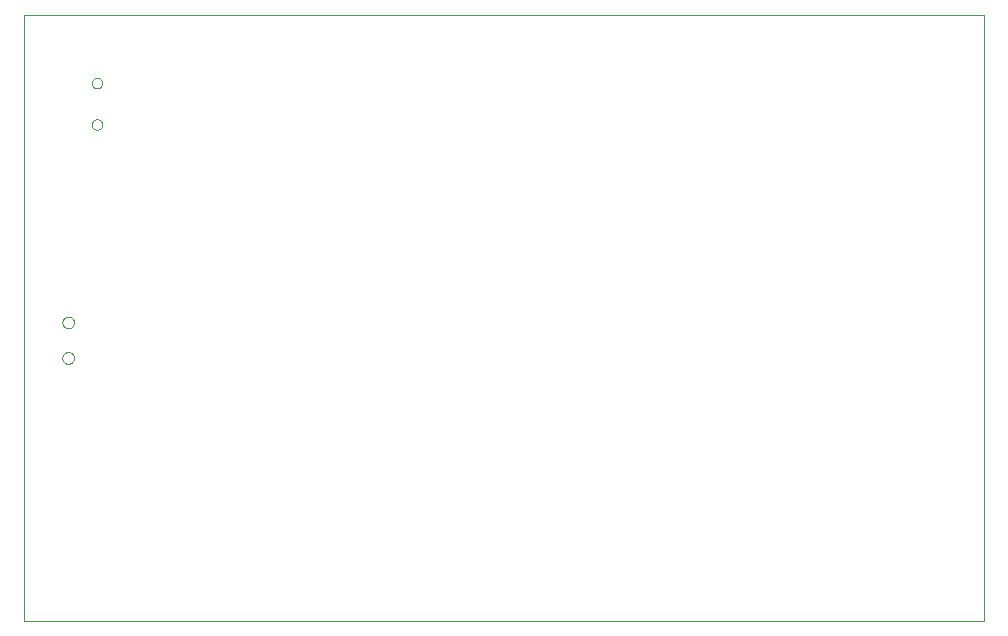
<source format=gbo>
G75*
G70*
%OFA0B0*%
%FSLAX24Y24*%
%IPPOS*%
%LPD*%
%AMOC8*
5,1,8,0,0,1.08239X$1,22.5*
%
%ADD10C,0.0010*%
%ADD11C,0.0000*%
D10*
X000450Y000105D02*
X032450Y000105D01*
X032450Y020305D01*
X000450Y020305D01*
X000450Y000105D01*
D11*
X001720Y008864D02*
X001722Y008891D01*
X001728Y008918D01*
X001737Y008944D01*
X001750Y008968D01*
X001766Y008991D01*
X001785Y009010D01*
X001807Y009027D01*
X001831Y009041D01*
X001856Y009051D01*
X001883Y009058D01*
X001910Y009061D01*
X001938Y009060D01*
X001965Y009055D01*
X001991Y009047D01*
X002015Y009035D01*
X002038Y009019D01*
X002059Y009001D01*
X002076Y008980D01*
X002091Y008956D01*
X002102Y008931D01*
X002110Y008905D01*
X002114Y008878D01*
X002114Y008850D01*
X002110Y008823D01*
X002102Y008797D01*
X002091Y008772D01*
X002076Y008748D01*
X002059Y008727D01*
X002038Y008709D01*
X002016Y008693D01*
X001991Y008681D01*
X001965Y008673D01*
X001938Y008668D01*
X001910Y008667D01*
X001883Y008670D01*
X001856Y008677D01*
X001831Y008687D01*
X001807Y008701D01*
X001785Y008718D01*
X001766Y008737D01*
X001750Y008760D01*
X001737Y008784D01*
X001728Y008810D01*
X001722Y008837D01*
X001720Y008864D01*
X001720Y010046D02*
X001722Y010073D01*
X001728Y010100D01*
X001737Y010126D01*
X001750Y010150D01*
X001766Y010173D01*
X001785Y010192D01*
X001807Y010209D01*
X001831Y010223D01*
X001856Y010233D01*
X001883Y010240D01*
X001910Y010243D01*
X001938Y010242D01*
X001965Y010237D01*
X001991Y010229D01*
X002015Y010217D01*
X002038Y010201D01*
X002059Y010183D01*
X002076Y010162D01*
X002091Y010138D01*
X002102Y010113D01*
X002110Y010087D01*
X002114Y010060D01*
X002114Y010032D01*
X002110Y010005D01*
X002102Y009979D01*
X002091Y009954D01*
X002076Y009930D01*
X002059Y009909D01*
X002038Y009891D01*
X002016Y009875D01*
X001991Y009863D01*
X001965Y009855D01*
X001938Y009850D01*
X001910Y009849D01*
X001883Y009852D01*
X001856Y009859D01*
X001831Y009869D01*
X001807Y009883D01*
X001785Y009900D01*
X001766Y009919D01*
X001750Y009942D01*
X001737Y009966D01*
X001728Y009992D01*
X001722Y010019D01*
X001720Y010046D01*
X002703Y016644D02*
X002705Y016670D01*
X002711Y016696D01*
X002721Y016721D01*
X002734Y016744D01*
X002750Y016764D01*
X002770Y016782D01*
X002792Y016797D01*
X002815Y016809D01*
X002841Y016817D01*
X002867Y016821D01*
X002893Y016821D01*
X002919Y016817D01*
X002945Y016809D01*
X002969Y016797D01*
X002990Y016782D01*
X003010Y016764D01*
X003026Y016744D01*
X003039Y016721D01*
X003049Y016696D01*
X003055Y016670D01*
X003057Y016644D01*
X003055Y016618D01*
X003049Y016592D01*
X003039Y016567D01*
X003026Y016544D01*
X003010Y016524D01*
X002990Y016506D01*
X002968Y016491D01*
X002945Y016479D01*
X002919Y016471D01*
X002893Y016467D01*
X002867Y016467D01*
X002841Y016471D01*
X002815Y016479D01*
X002791Y016491D01*
X002770Y016506D01*
X002750Y016524D01*
X002734Y016544D01*
X002721Y016567D01*
X002711Y016592D01*
X002705Y016618D01*
X002703Y016644D01*
X002703Y018022D02*
X002705Y018048D01*
X002711Y018074D01*
X002721Y018099D01*
X002734Y018122D01*
X002750Y018142D01*
X002770Y018160D01*
X002792Y018175D01*
X002815Y018187D01*
X002841Y018195D01*
X002867Y018199D01*
X002893Y018199D01*
X002919Y018195D01*
X002945Y018187D01*
X002969Y018175D01*
X002990Y018160D01*
X003010Y018142D01*
X003026Y018122D01*
X003039Y018099D01*
X003049Y018074D01*
X003055Y018048D01*
X003057Y018022D01*
X003055Y017996D01*
X003049Y017970D01*
X003039Y017945D01*
X003026Y017922D01*
X003010Y017902D01*
X002990Y017884D01*
X002968Y017869D01*
X002945Y017857D01*
X002919Y017849D01*
X002893Y017845D01*
X002867Y017845D01*
X002841Y017849D01*
X002815Y017857D01*
X002791Y017869D01*
X002770Y017884D01*
X002750Y017902D01*
X002734Y017922D01*
X002721Y017945D01*
X002711Y017970D01*
X002705Y017996D01*
X002703Y018022D01*
M02*

</source>
